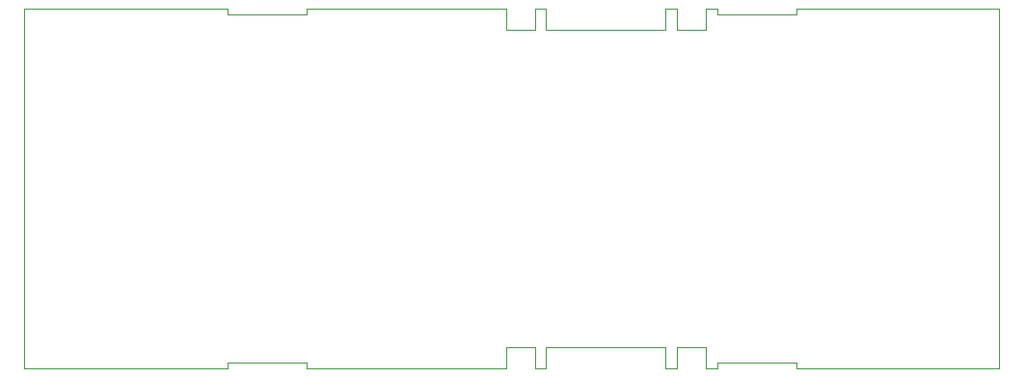
<source format=gbr>
%TF.GenerationSoftware,Altium Limited,Altium Designer,22.5.1 (42)*%
G04 Layer_Color=0*
%FSLAX45Y45*%
%MOMM*%
%TF.SameCoordinates,F63A7803-94E7-494B-9888-F8709FA5C5B4*%
%TF.FilePolarity,Positive*%
%TF.FileFunction,Profile,NP*%
%TF.Part,Single*%
G01*
G75*
%TA.AperFunction,Profile*%
%ADD79C,0.02540*%
D79*
X2480000Y0D02*
X4230000D01*
Y180000D01*
X4480000D01*
Y0D01*
X4580000D01*
Y180000D01*
X5630000D01*
Y0D01*
X5730000D01*
Y180000D01*
X5980000D01*
Y0D01*
X6080000D01*
Y50000D01*
X6780000D01*
Y0D01*
X8560000D01*
Y3160000D01*
X6780000D01*
Y3109999D01*
X6080000D01*
Y3160000D01*
X5980000D01*
Y2980000D01*
X5730000D01*
Y3160000D01*
X5630000D01*
Y2980000D01*
X4580000D01*
Y3160000D01*
X4480000D01*
Y2980000D01*
X4230000D01*
Y3160000D01*
X2480000D01*
Y3109999D01*
X1780000D01*
Y3160000D01*
X0D01*
Y0D01*
X1780000D01*
Y50000D01*
X2480000D01*
Y0D01*
%TF.MD5,13c24a2d425a0039eeed6c6ab42952fb*%
M02*

</source>
